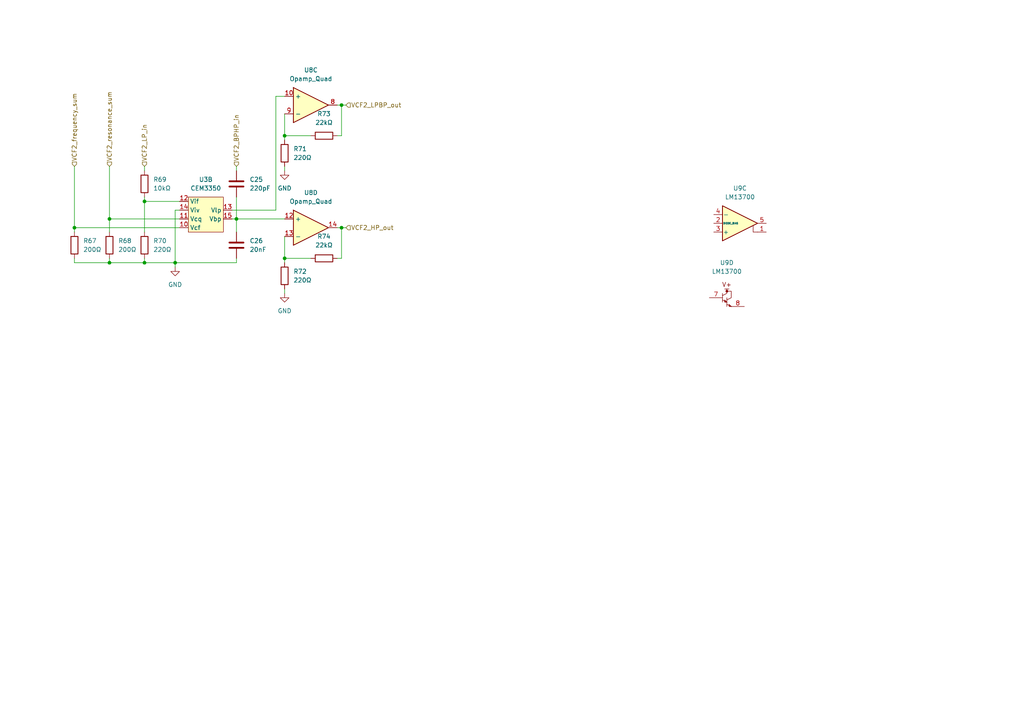
<source format=kicad_sch>
(kicad_sch (version 20210621) (generator eeschema)
  (paper "A4")
  (lib_symbols
    (symbol "Amplifier_Operational:LM13700" (pin_names (offset 0.127))
      (property "Reference" "U" (at 3.81 5.08 0))
      (property "Value" "LM13700" (at 5.08 -5.08 0))
      (symbol "LM13700_1_1"
        (polyline (pts (xy 3.81 -0.635) (xy 3.81 -2.54) (xy 5.08 -2.54)))
        (polyline (pts (xy 5.08 0) (xy -5.08 -5.08) (xy -5.08 5.08) (xy 5.08 0)) (stroke (width 0.254)) (fill (type background)))
        (pin output line (at 7.62 0 180) (length 2.54) (name "~") (number "12"))
        (pin input line (at -7.62 2.54 0) (length 2.54) (name "-") (number "13"))
        (pin input line (at -7.62 -2.54 0) (length 2.54) (name "+") (number "14"))
        (pin input line (at -7.62 0 0) (length 2.54) (name "DIODE_BIAS") (number "15"))
        (pin input line (at 7.62 -2.54 180) (length 2.54) (name "~") (number "16"))
      )
      (symbol "LM13700_2_0"
        (polyline (pts (xy -1.905 2.54) (xy -3.175 2.54)))
      )
      (symbol "LM13700_2_1"
        (circle (center -2.54 1.905) (radius 0.254) (stroke (width 0.254)) (fill (type outline)))
        (polyline (pts (xy -3.81 -0.635) (xy -2.54 -1.27)))
        (polyline (pts (xy -3.81 1.27) (xy -3.81 -1.27)))
        (polyline (pts (xy -2.54 -1.905) (xy -1.27 -2.54)))
        (polyline (pts (xy -2.54 0) (xy -2.54 -2.54)))
        (polyline (pts (xy -3.81 0.635) (xy -2.54 1.27) (xy -2.54 1.905) (xy -2.54 2.54)))
        (polyline (pts (xy -2.54 -1.27) (xy -3.175 -0.635) (xy -3.175 -1.27) (xy -2.54 -1.27)) (fill (type outline)))
        (polyline (pts (xy -2.54 -0.635) (xy -1.27 0) (xy -1.27 1.905) (xy -2.54 1.905)))
        (polyline (pts (xy -1.27 -2.54) (xy -1.905 -1.905) (xy -1.905 -2.54) (xy -1.27 -2.54)) (fill (type outline)))
        (text "V+" (at -2.54 3.81 0) (effects (font (size 1.27 1.27))))
        (pin input line (at -7.62 0 0) (length 3.81) (name "~") (number "10"))
        (pin output line (at 2.54 -2.54 180) (length 3.81) (name "~") (number "9"))
      )
      (symbol "LM13700_3_1"
        (polyline (pts (xy 3.81 -0.635) (xy 3.81 -2.54) (xy 5.08 -2.54)))
        (polyline (pts (xy 5.08 0) (xy -5.08 -5.08) (xy -5.08 5.08) (xy 5.08 0)) (stroke (width 0.254)) (fill (type background)))
        (pin input line (at 7.62 -2.54 180) (length 2.54) (name "~") (number "1"))
        (pin input line (at -7.62 0 0) (length 2.54) (name "DIODE_BIAS") (number "2"))
        (pin input line (at -7.62 -2.54 0) (length 2.54) (name "+") (number "3"))
        (pin input line (at -7.62 2.54 0) (length 2.54) (name "-") (number "4"))
        (pin output line (at 7.62 0 180) (length 2.54) (name "~") (number "5"))
      )
      (symbol "LM13700_4_0"
        (polyline (pts (xy -3.175 2.54) (xy -1.905 2.54)))
        (text "V+" (at -2.54 3.81 0) (effects (font (size 1.27 1.27))))
      )
      (symbol "LM13700_4_1"
        (circle (center -2.54 1.905) (radius 0.254) (stroke (width 0.254)) (fill (type outline)))
        (polyline (pts (xy -3.81 -0.635) (xy -2.54 -1.27)))
        (polyline (pts (xy -3.81 1.27) (xy -3.81 -1.27)))
        (polyline (pts (xy -2.54 -1.905) (xy -1.27 -2.54)))
        (polyline (pts (xy -2.54 0) (xy -2.54 -2.54)))
        (polyline (pts (xy -3.81 0.635) (xy -2.54 1.27) (xy -2.54 2.54)))
        (polyline (pts (xy -2.54 -1.27) (xy -3.175 -0.635) (xy -3.175 -1.27) (xy -2.54 -1.27)) (fill (type outline)))
        (polyline (pts (xy -2.54 -0.635) (xy -1.27 0) (xy -1.27 1.905) (xy -2.54 1.905)))
        (polyline (pts (xy -1.27 -2.54) (xy -1.905 -1.905) (xy -1.905 -2.54) (xy -1.27 -2.54)) (fill (type outline)))
        (pin input line (at -7.62 0 0) (length 3.81) (name "~") (number "7"))
        (pin output line (at 2.54 -2.54 180) (length 3.81) (name "~") (number "8"))
      )
      (symbol "LM13700_5_1"
        (pin power_in line (at -2.54 7.62 270) (length 3.81) (name "V+") (number "11"))
        (pin power_in line (at -2.54 -7.62 90) (length 3.81) (name "V-") (number "6"))
      )
    )
    (symbol "Device:C" (pin_numbers hide) (pin_names (offset 0.254))
      (property "Reference" "C" (at 0.635 2.54 0))
      (property "Value" "C" (at 0.635 -2.54 0))
      (symbol "C_0_1"
        (polyline (pts (xy -2.032 -0.762) (xy 2.032 -0.762)) (stroke (width 0.508)))
        (polyline (pts (xy -2.032 0.762) (xy 2.032 0.762)) (stroke (width 0.508)))
      )
      (symbol "C_1_1"
        (pin passive line (at 0 3.81 270) (length 2.794) (name "~") (number "1"))
        (pin passive line (at 0 -3.81 90) (length 2.794) (name "~") (number "2"))
      )
    )
    (symbol "Device:Opamp_Quad"
      (property "Reference" "U" (at 0 5.08 0))
      (property "Value" "Opamp_Quad" (at 0 -5.08 0))
      (symbol "Opamp_Quad_1_1"
        (polyline (pts (xy -5.08 5.08) (xy 5.08 0) (xy -5.08 -5.08) (xy -5.08 5.08)) (stroke (width 0.254)) (fill (type background)))
        (pin output line (at 7.62 0 180) (length 2.54) (name "~") (number "1"))
        (pin input line (at -7.62 -2.54 0) (length 2.54) (name "-") (number "2"))
        (pin input line (at -7.62 2.54 0) (length 2.54) (name "+") (number "3"))
      )
      (symbol "Opamp_Quad_2_1"
        (polyline (pts (xy -5.08 5.08) (xy 5.08 0) (xy -5.08 -5.08) (xy -5.08 5.08)) (stroke (width 0.254)) (fill (type background)))
        (pin input line (at -7.62 2.54 0) (length 2.54) (name "+") (number "5"))
        (pin input line (at -7.62 -2.54 0) (length 2.54) (name "-") (number "6"))
        (pin output line (at 7.62 0 180) (length 2.54) (name "~") (number "7"))
      )
      (symbol "Opamp_Quad_3_1"
        (polyline (pts (xy -5.08 5.08) (xy 5.08 0) (xy -5.08 -5.08) (xy -5.08 5.08)) (stroke (width 0.254)) (fill (type background)))
        (pin input line (at -7.62 2.54 0) (length 2.54) (name "+") (number "10"))
        (pin output line (at 7.62 0 180) (length 2.54) (name "~") (number "8"))
        (pin input line (at -7.62 -2.54 0) (length 2.54) (name "-") (number "9"))
      )
      (symbol "Opamp_Quad_4_1"
        (polyline (pts (xy -5.08 5.08) (xy 5.08 0) (xy -5.08 -5.08) (xy -5.08 5.08)) (stroke (width 0.254)) (fill (type background)))
        (pin input line (at -7.62 2.54 0) (length 2.54) (name "+") (number "12"))
        (pin input line (at -7.62 -2.54 0) (length 2.54) (name "-") (number "13"))
        (pin output line (at 7.62 0 180) (length 2.54) (name "~") (number "14"))
      )
      (symbol "Opamp_Quad_5_1"
        (pin power_in line (at -2.54 -7.62 90) (length 3.81) (name "V-") (number "11"))
        (pin power_in line (at -2.54 7.62 270) (length 3.81) (name "V+") (number "4"))
      )
    )
    (symbol "Device:R" (pin_numbers hide) (pin_names (offset 0))
      (property "Reference" "R" (at 2.032 0 90))
      (property "Value" "R" (at 0 0 90))
      (symbol "R_0_1"
        (rectangle (start -1.016 -2.54) (end 1.016 2.54) (stroke (width 0.254)))
      )
      (symbol "R_1_1"
        (pin passive line (at 0 3.81 270) (length 1.27) (name "~") (number "1"))
        (pin passive line (at 0 -3.81 90) (length 1.27) (name "~") (number "2"))
      )
    )
    (symbol "Modular_Mayhem:CEM3350"
      (property "Reference" "U" (at -6.35 6.35 0))
      (property "Value" "CEM3350" (at 7.62 6.35 0))
      (symbol "CEM3350_0_1"
        (rectangle (start -5.08 5.08) (end 5.08 -5.08) (stroke (width 0.1524)) (fill (type background)))
      )
      (symbol "CEM3350_1_1"
        (pin input line (at -7.62 3.81 0) (length 2.54) (name "Vif") (number "2"))
        (pin bidirectional line (at 7.62 1.27 180) (length 2.54) (name "Vlp") (number "3"))
        (pin input line (at -7.62 1.27 0) (length 2.54) (name "Viv") (number "4"))
        (pin bidirectional line (at 7.62 -1.27 180) (length 2.54) (name "Vbp") (number "5"))
        (pin input line (at -7.62 -1.27 0) (length 2.54) (name "Vcq") (number "6"))
        (pin input line (at -7.62 -3.81 0) (length 2.54) (name "Vcf") (number "8"))
      )
      (symbol "CEM3350_2_1"
        (pin input line (at -7.62 -3.81 0) (length 2.54) (name "Vcf") (number "10"))
        (pin input line (at -7.62 -1.27 0) (length 2.54) (name "Vcq") (number "11"))
        (pin input line (at -7.62 3.81 0) (length 2.54) (name "Vif") (number "12"))
        (pin bidirectional line (at 7.62 1.27 180) (length 2.54) (name "Vlp") (number "13"))
        (pin input line (at -7.62 1.27 0) (length 2.54) (name "Viv") (number "14"))
        (pin bidirectional line (at 7.62 -1.27 180) (length 2.54) (name "Vbp") (number "15"))
      )
      (symbol "CEM3350_3_1"
        (pin input line (at -2.54 7.62 270) (length 2.54) (name "Iref") (number "1"))
        (pin input line (at 2.54 7.62 270) (length 2.54) (name "Vcc") (number "16"))
        (pin input line (at 2.54 -7.62 90) (length 2.54) (name "Vee") (number "7"))
        (pin input line (at -2.54 -7.62 90) (length 2.54) (name "GND") (number "9"))
      )
    )
    (symbol "power:GND" (power) (pin_names (offset 0))
      (property "Value" "GND" (at 0 -3.81 0))
      (symbol "GND_0_1"
        (polyline (pts (xy 0 0) (xy 0 -1.27) (xy 1.27 -1.27) (xy 0 -2.54) (xy -1.27 -1.27) (xy 0 -1.27)))
      )
      (symbol "GND_1_1"
        (pin power_in line (at 0 0 270) (length 0) hide (name "GND") (number "1"))
      )
    )
  )
  (junction (at 99.06 30.48))
  (junction (at 31.75 76.2))
  (junction (at 31.75 63.5))
  (junction (at 41.91 76.2))
  (junction (at 68.58 63.5))
  (junction (at 82.55 39.37))
  (junction (at 21.59 66.04))
  (junction (at 82.55 74.93))
  (junction (at 50.8 76.2))
  (junction (at 41.91 58.42))
  (junction (at 99.06 66.04))
  (wire (pts (xy 50.8 60.96) (xy 50.8 76.2)))
  (wire (pts (xy 82.55 39.37) (xy 82.55 40.64)))
  (wire (pts (xy 82.55 48.26) (xy 82.55 49.53)))
  (wire (pts (xy 82.55 68.58) (xy 82.55 74.93)))
  (wire (pts (xy 99.06 30.48) (xy 97.79 30.48)))
  (wire (pts (xy 99.06 66.04) (xy 97.79 66.04)))
  (wire (pts (xy 68.58 63.5) (xy 68.58 67.31)))
  (wire (pts (xy 68.58 57.15) (xy 68.58 63.5)))
  (wire (pts (xy 67.31 63.5) (xy 68.58 63.5)))
  (wire (pts (xy 99.06 30.48) (xy 100.33 30.48)))
  (wire (pts (xy 82.55 83.82) (xy 82.55 85.09)))
  (wire (pts (xy 41.91 58.42) (xy 41.91 67.31)))
  (wire (pts (xy 31.75 63.5) (xy 52.07 63.5)))
  (wire (pts (xy 41.91 76.2) (xy 50.8 76.2)))
  (wire (pts (xy 41.91 74.93) (xy 41.91 76.2)))
  (wire (pts (xy 31.75 76.2) (xy 41.91 76.2)))
  (wire (pts (xy 80.01 27.94) (xy 82.55 27.94)))
  (wire (pts (xy 99.06 66.04) (xy 100.33 66.04)))
  (wire (pts (xy 41.91 48.26) (xy 41.91 49.53)))
  (wire (pts (xy 99.06 39.37) (xy 97.79 39.37)))
  (wire (pts (xy 68.58 48.26) (xy 68.58 49.53)))
  (wire (pts (xy 21.59 48.26) (xy 21.59 66.04)))
  (wire (pts (xy 21.59 66.04) (xy 21.59 67.31)))
  (wire (pts (xy 50.8 76.2) (xy 50.8 77.47)))
  (wire (pts (xy 82.55 33.02) (xy 82.55 39.37)))
  (wire (pts (xy 52.07 60.96) (xy 50.8 60.96)))
  (wire (pts (xy 99.06 74.93) (xy 97.79 74.93)))
  (wire (pts (xy 80.01 60.96) (xy 80.01 27.94)))
  (wire (pts (xy 41.91 58.42) (xy 52.07 58.42)))
  (wire (pts (xy 68.58 74.93) (xy 68.58 76.2)))
  (wire (pts (xy 31.75 63.5) (xy 31.75 67.31)))
  (wire (pts (xy 31.75 48.26) (xy 31.75 63.5)))
  (wire (pts (xy 67.31 60.96) (xy 80.01 60.96)))
  (wire (pts (xy 82.55 74.93) (xy 82.55 76.2)))
  (wire (pts (xy 52.07 66.04) (xy 21.59 66.04)))
  (wire (pts (xy 31.75 74.93) (xy 31.75 76.2)))
  (wire (pts (xy 82.55 74.93) (xy 90.17 74.93)))
  (wire (pts (xy 68.58 76.2) (xy 50.8 76.2)))
  (wire (pts (xy 99.06 30.48) (xy 99.06 39.37)))
  (wire (pts (xy 21.59 74.93) (xy 21.59 76.2)))
  (wire (pts (xy 68.58 63.5) (xy 82.55 63.5)))
  (wire (pts (xy 41.91 57.15) (xy 41.91 58.42)))
  (wire (pts (xy 82.55 39.37) (xy 90.17 39.37)))
  (wire (pts (xy 21.59 76.2) (xy 31.75 76.2)))
  (wire (pts (xy 99.06 66.04) (xy 99.06 74.93)))
  (hierarchical_label "VCF2_resonance_sum" (shape input) (at 31.75 48.26 90))
  (hierarchical_label "VCF2_LPBP_out" (shape input) (at 100.33 30.48 0))
  (hierarchical_label "VCF2_HP_out" (shape input) (at 100.33 66.04 0))
  (hierarchical_label "VCF2_BPHP_in" (shape input) (at 68.58 48.26 90))
  (hierarchical_label "VCF2_LP_in" (shape input) (at 41.91 48.26 90))
  (hierarchical_label "VCF2_frequency_sum" (shape input) (at 21.59 48.26 90))
  (symbol (lib_id "Device:R") (at 82.55 80.01 0) (unit 1)
    (property "Reference" "R72" (at 85.09 78.7399 0) (effects (justify left)))
    (property "Value" "220Ω" (at 85.09 81.2799 0) (effects (justify left)))
  )
  (symbol (lib_id "Device:R") (at 93.98 39.37 90) (unit 1)
    (property "Reference" "R73" (at 93.98 33.02 90))
    (property "Value" "22kΩ" (at 93.98 35.56 90))
  )
  (symbol (lib_id "Device:C") (at 68.58 53.34 0) (unit 1)
    (property "Reference" "C25" (at 72.39 52.0699 0) (effects (justify left)))
    (property "Value" "220pF" (at 72.39 54.6099 0) (effects (justify left)))
  )
  (symbol (lib_id "power:GND") (at 50.8 77.47 0) (unit 1)
    (property "Reference" "#PWR051" (effects hide))
    (property "Value" "GND" (at 50.8 82.55 0))
  )
  (symbol (lib_id "Device:R") (at 21.59 71.12 0) (unit 1)
    (property "Reference" "R67" (at 24.13 69.8499 0) (effects (justify left)))
    (property "Value" "200Ω" (at 24.13 72.3899 0) (effects (justify left)))
  )
  (symbol (lib_id "Amplifier_Operational:LM13700") (at 213.36 86.36 0) (unit 4)
    (property "Reference" "U9" (at 210.82 76.2 0))
    (property "Value" "LM13700" (at 210.82 78.74 0))
    (property "Datasheet" "http://www.ti.com/lit/ds/symlink/lm13700.pdf" (effects hide))
  )
  (symbol (lib_id "power:GND") (at 82.55 49.53 0) (unit 1)
    (property "Reference" "#PWR052" (effects hide))
    (property "Value" "GND" (at 82.55 54.61 0))
  )
  (symbol (lib_id "Device:Opamp_Quad") (at 90.17 30.48 0) (unit 3)
    (property "Reference" "U8" (at 90.17 20.32 0))
    (property "Value" "Opamp_Quad" (at 90.17 22.86 0))
  )
  (symbol (lib_id "Device:R") (at 41.91 53.34 0) (unit 1)
    (property "Reference" "R69" (at 44.45 52.0699 0) (effects (justify left)))
    (property "Value" "10kΩ" (at 44.45 54.6099 0) (effects (justify left)))
  )
  (symbol (lib_id "Modular_Mayhem:CEM3350") (at 59.69 62.23 0) (unit 2)
    (property "Reference" "U3" (at 59.69 52.07 0))
    (property "Value" "CEM3350" (at 59.69 54.61 0))
  )
  (symbol (lib_id "Device:C") (at 68.58 71.12 0) (unit 1)
    (property "Reference" "C26" (at 72.39 69.8499 0) (effects (justify left)))
    (property "Value" "20nF" (at 72.39 72.3899 0) (effects (justify left)))
  )
  (symbol (lib_id "Device:R") (at 93.98 74.93 90) (unit 1)
    (property "Reference" "R74" (at 93.98 68.58 90))
    (property "Value" "22kΩ" (at 93.98 71.12 90))
  )
  (symbol (lib_id "Device:R") (at 82.55 44.45 0) (unit 1)
    (property "Reference" "R71" (at 85.09 43.1799 0) (effects (justify left)))
    (property "Value" "220Ω" (at 85.09 45.7199 0) (effects (justify left)))
  )
  (symbol (lib_id "Device:Opamp_Quad") (at 90.17 66.04 0) (unit 4)
    (property "Reference" "U8" (at 90.17 55.88 0))
    (property "Value" "Opamp_Quad" (at 90.17 58.42 0))
  )
  (symbol (lib_id "Device:R") (at 41.91 71.12 0) (unit 1)
    (property "Reference" "R70" (at 44.45 69.8499 0) (effects (justify left)))
    (property "Value" "220Ω" (at 44.45 72.3899 0) (effects (justify left)))
  )
  (symbol (lib_id "power:GND") (at 82.55 85.09 0) (unit 1)
    (property "Reference" "#PWR053" (effects hide))
    (property "Value" "GND" (at 82.55 90.17 0))
  )
  (symbol (lib_id "Amplifier_Operational:LM13700") (at 214.63 64.77 0) (unit 3)
    (property "Reference" "U9" (at 214.63 54.61 0))
    (property "Value" "LM13700" (at 214.63 57.15 0))
    (property "Datasheet" "http://www.ti.com/lit/ds/symlink/lm13700.pdf" (effects hide))
  )
  (symbol (lib_id "Device:R") (at 31.75 71.12 0) (unit 1)
    (property "Reference" "R68" (at 34.29 69.8499 0) (effects (justify left)))
    (property "Value" "200Ω" (at 34.29 72.3899 0) (effects (justify left)))
  )
)
</source>
